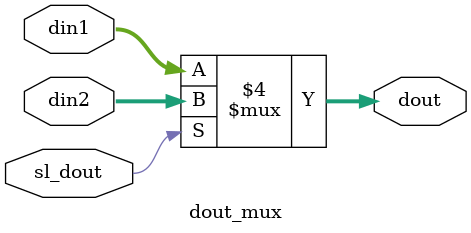
<source format=v>
module dout_mux
#(
    parameter DATA_WIDTH = 8
)
(
    din1                      ,
    din2                      ,
    sl_dout                   ,
    dout
);

input [DATA_WIDTH-1:0] din1   ;
input [DATA_WIDTH-1:0] din2   ;
input                  sl_dout;
output[DATA_WIDTH-1:0] dout   ;

reg   [DATA_WIDTH-1:0] dout   ;

//output selsct
//sl_dout 0: din1, 1: din2
always@(sl_dout or din1 or din2) begin
    if(!sl_dout)        
        dout = din1;
    else 
        dout = din2;
end

endmodule
</source>
